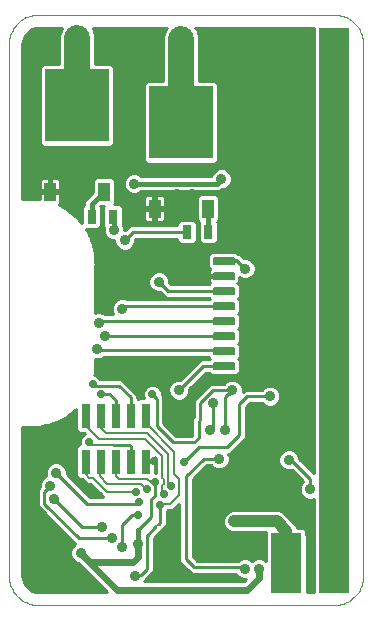
<source format=gbl>
G75*
G70*
%OFA0B0*%
%FSLAX24Y24*%
%IPPOS*%
%LPD*%
%AMOC8*
5,1,8,0,0,1.08239X$1,22.5*
%
%ADD10C,0.0000*%
%ADD11R,0.2126X0.2441*%
%ADD12R,0.0394X0.0630*%
%ADD13C,0.0055*%
%ADD14R,0.1000X0.2000*%
%ADD15R,0.0295X0.0827*%
%ADD16R,0.0315X0.0472*%
%ADD17C,0.0357*%
%ADD18C,0.0240*%
%ADD19C,0.0100*%
%ADD20C,0.0278*%
%ADD21C,0.0400*%
%ADD22C,0.0160*%
%ADD23C,0.0860*%
%ADD24C,0.1000*%
%ADD25C,0.0120*%
%ADD26C,0.0070*%
D10*
X016013Y005469D02*
X016013Y023186D01*
X016014Y023186D02*
X016016Y023248D01*
X016022Y023309D01*
X016031Y023370D01*
X016045Y023431D01*
X016062Y023490D01*
X016083Y023548D01*
X016108Y023605D01*
X016136Y023660D01*
X016167Y023713D01*
X016202Y023764D01*
X016240Y023813D01*
X016281Y023860D01*
X016324Y023903D01*
X016371Y023944D01*
X016420Y023982D01*
X016471Y024017D01*
X016524Y024048D01*
X016579Y024076D01*
X016636Y024101D01*
X016694Y024122D01*
X016753Y024139D01*
X016814Y024153D01*
X016875Y024162D01*
X016936Y024168D01*
X016998Y024170D01*
X026840Y024170D01*
X026902Y024168D01*
X026963Y024162D01*
X027024Y024153D01*
X027085Y024139D01*
X027144Y024122D01*
X027202Y024101D01*
X027259Y024076D01*
X027314Y024048D01*
X027367Y024017D01*
X027418Y023982D01*
X027467Y023944D01*
X027514Y023903D01*
X027557Y023860D01*
X027598Y023813D01*
X027636Y023764D01*
X027671Y023713D01*
X027702Y023660D01*
X027730Y023605D01*
X027755Y023548D01*
X027776Y023490D01*
X027793Y023431D01*
X027807Y023370D01*
X027816Y023309D01*
X027822Y023248D01*
X027824Y023186D01*
X027824Y005469D01*
X027822Y005407D01*
X027816Y005346D01*
X027807Y005285D01*
X027793Y005224D01*
X027776Y005165D01*
X027755Y005107D01*
X027730Y005050D01*
X027702Y004995D01*
X027671Y004942D01*
X027636Y004891D01*
X027598Y004842D01*
X027557Y004795D01*
X027514Y004752D01*
X027467Y004711D01*
X027418Y004673D01*
X027367Y004638D01*
X027314Y004607D01*
X027259Y004579D01*
X027202Y004554D01*
X027144Y004533D01*
X027085Y004516D01*
X027024Y004502D01*
X026963Y004493D01*
X026902Y004487D01*
X026840Y004485D01*
X016998Y004485D01*
X016936Y004487D01*
X016875Y004493D01*
X016814Y004502D01*
X016753Y004516D01*
X016694Y004533D01*
X016636Y004554D01*
X016579Y004579D01*
X016524Y004607D01*
X016471Y004638D01*
X016420Y004673D01*
X016371Y004711D01*
X016324Y004752D01*
X016281Y004795D01*
X016240Y004842D01*
X016202Y004891D01*
X016167Y004942D01*
X016136Y004995D01*
X016108Y005050D01*
X016083Y005107D01*
X016062Y005165D01*
X016045Y005224D01*
X016031Y005285D01*
X016022Y005346D01*
X016016Y005407D01*
X016014Y005469D01*
D11*
X021765Y020583D03*
X018281Y021146D03*
D12*
X017383Y018272D03*
X019179Y018272D03*
X020868Y017709D03*
X022663Y017709D03*
D13*
X022852Y016070D02*
X022852Y015848D01*
X022852Y016070D02*
X023506Y016070D01*
X023506Y015848D01*
X022852Y015848D01*
X022852Y015902D02*
X023506Y015902D01*
X023506Y015956D02*
X022852Y015956D01*
X022852Y016010D02*
X023506Y016010D01*
X023506Y016064D02*
X022852Y016064D01*
X022852Y015570D02*
X022852Y015348D01*
X022852Y015570D02*
X023506Y015570D01*
X023506Y015348D01*
X022852Y015348D01*
X022852Y015402D02*
X023506Y015402D01*
X023506Y015456D02*
X022852Y015456D01*
X022852Y015510D02*
X023506Y015510D01*
X023506Y015564D02*
X022852Y015564D01*
X022852Y015070D02*
X022852Y014848D01*
X022852Y015070D02*
X023506Y015070D01*
X023506Y014848D01*
X022852Y014848D01*
X022852Y014902D02*
X023506Y014902D01*
X023506Y014956D02*
X022852Y014956D01*
X022852Y015010D02*
X023506Y015010D01*
X023506Y015064D02*
X022852Y015064D01*
X022852Y014570D02*
X022852Y014348D01*
X022852Y014570D02*
X023506Y014570D01*
X023506Y014348D01*
X022852Y014348D01*
X022852Y014402D02*
X023506Y014402D01*
X023506Y014456D02*
X022852Y014456D01*
X022852Y014510D02*
X023506Y014510D01*
X023506Y014564D02*
X022852Y014564D01*
X022852Y014070D02*
X022852Y013848D01*
X022852Y014070D02*
X023506Y014070D01*
X023506Y013848D01*
X022852Y013848D01*
X022852Y013902D02*
X023506Y013902D01*
X023506Y013956D02*
X022852Y013956D01*
X022852Y014010D02*
X023506Y014010D01*
X023506Y014064D02*
X022852Y014064D01*
X022852Y013570D02*
X022852Y013348D01*
X022852Y013570D02*
X023506Y013570D01*
X023506Y013348D01*
X022852Y013348D01*
X022852Y013402D02*
X023506Y013402D01*
X023506Y013456D02*
X022852Y013456D01*
X022852Y013510D02*
X023506Y013510D01*
X023506Y013564D02*
X022852Y013564D01*
X022852Y013070D02*
X022852Y012848D01*
X022852Y013070D02*
X023506Y013070D01*
X023506Y012848D01*
X022852Y012848D01*
X022852Y012902D02*
X023506Y012902D01*
X023506Y012956D02*
X022852Y012956D01*
X022852Y013010D02*
X023506Y013010D01*
X023506Y013064D02*
X022852Y013064D01*
X022852Y012570D02*
X022852Y012348D01*
X022852Y012570D02*
X023506Y012570D01*
X023506Y012348D01*
X022852Y012348D01*
X022852Y012402D02*
X023506Y012402D01*
X023506Y012456D02*
X022852Y012456D01*
X022852Y012510D02*
X023506Y012510D01*
X023506Y012564D02*
X022852Y012564D01*
D14*
X025265Y005902D03*
X026840Y005902D03*
X026840Y022713D03*
D15*
X020570Y010804D03*
X020070Y010804D03*
X019570Y010804D03*
X019070Y010804D03*
X018570Y010804D03*
X018570Y009268D03*
X019070Y009268D03*
X019570Y009268D03*
X020070Y009268D03*
X020570Y009268D03*
D16*
X021958Y016926D03*
X022667Y016926D03*
X019478Y017438D03*
X018769Y017438D03*
D17*
X019517Y017004D03*
X019872Y016650D03*
X021604Y017477D03*
X022116Y017477D03*
X021879Y017831D03*
X022116Y018186D03*
X021604Y018186D03*
X023100Y018697D03*
X023257Y018186D03*
X023257Y017477D03*
X024084Y017201D03*
X024753Y017241D03*
X025383Y017241D03*
X024439Y015705D03*
X023887Y015705D03*
X024596Y014957D03*
X024596Y014485D03*
X024675Y013816D03*
X025502Y013816D03*
X025895Y014288D03*
X024714Y012989D03*
X024714Y012241D03*
X025502Y012241D03*
X024714Y011453D03*
X023454Y011650D03*
X022824Y011217D03*
X022155Y011571D03*
X021683Y011650D03*
X022706Y010312D03*
X023218Y010312D03*
X024163Y009918D03*
X023021Y009367D03*
X024753Y008776D03*
X025187Y008776D03*
X025187Y008264D03*
X024753Y008264D03*
X024753Y007792D03*
X025187Y007792D03*
X024950Y007280D03*
X024517Y007280D03*
X024045Y007280D03*
X023572Y007280D03*
X022352Y007319D03*
X022352Y006808D03*
X022352Y006256D03*
X021446Y006020D03*
X021446Y006493D03*
X020305Y006532D03*
X019793Y006414D03*
X019439Y006729D03*
X019124Y007083D03*
X018415Y006217D03*
X018336Y005115D03*
X020226Y005469D03*
X020974Y005430D03*
X023887Y005705D03*
X024360Y005705D03*
X026053Y006847D03*
X026053Y007280D03*
X026053Y008343D03*
X027076Y008422D03*
X025344Y009327D03*
X018966Y013028D03*
X019202Y013461D03*
X019005Y013894D03*
X019793Y014367D03*
X021013Y015272D03*
X018376Y018186D03*
X018021Y018501D03*
X018376Y018816D03*
X017628Y018816D03*
X016840Y018816D03*
X016840Y018186D03*
X020187Y018540D03*
X020187Y020115D03*
X020187Y020902D03*
X020187Y021690D03*
X020187Y022477D03*
X020187Y023264D03*
X016761Y023264D03*
X016761Y022477D03*
X016761Y021690D03*
X016761Y020902D03*
X016761Y020115D03*
X023651Y020902D03*
X024320Y020902D03*
X023651Y021690D03*
X023651Y022477D03*
X023690Y019682D03*
X024163Y019682D03*
X024163Y019209D03*
X023690Y019209D03*
X026643Y019209D03*
X026643Y019721D03*
X017588Y008894D03*
X017391Y008461D03*
X017509Y008028D03*
D18*
X018415Y006217D02*
X018710Y005922D01*
X020147Y005922D01*
X020305Y006079D01*
X020305Y006532D01*
X019618Y004997D02*
X018407Y006207D01*
X019618Y004997D02*
X023966Y004997D01*
X024360Y005390D01*
X024360Y005705D01*
X026840Y019564D02*
X026683Y019721D01*
X026643Y019721D01*
D19*
X026170Y019752D02*
X022998Y019752D01*
X022998Y019654D02*
X026170Y019654D01*
X026170Y019555D02*
X022998Y019555D01*
X022998Y019457D02*
X026170Y019457D01*
X026170Y019358D02*
X022998Y019358D01*
X022998Y019292D02*
X022998Y021874D01*
X022899Y021974D01*
X022361Y021974D01*
X022361Y023462D01*
X022270Y023683D01*
X022233Y023720D01*
X026170Y023720D01*
X026170Y008891D01*
X025692Y009369D01*
X025692Y009397D01*
X025639Y009525D01*
X025541Y009623D01*
X025413Y009676D01*
X025275Y009676D01*
X025147Y009623D01*
X025049Y009525D01*
X024996Y009397D01*
X024996Y009258D01*
X025049Y009130D01*
X025147Y009032D01*
X025275Y008979D01*
X025413Y008979D01*
X025446Y008993D01*
X025828Y008611D01*
X025757Y008540D01*
X025704Y008412D01*
X025704Y008274D01*
X025757Y008146D01*
X025855Y008048D01*
X025983Y007995D01*
X026122Y007995D01*
X026170Y008015D01*
X026170Y004935D01*
X025935Y004935D01*
X025935Y006973D01*
X025836Y007072D01*
X025621Y007072D01*
X025579Y007175D01*
X025264Y007490D01*
X025160Y007594D01*
X025024Y007650D01*
X023459Y007650D01*
X023323Y007594D01*
X023219Y007490D01*
X023163Y007354D01*
X023163Y007206D01*
X023219Y007070D01*
X023323Y006966D01*
X023459Y006910D01*
X024595Y006910D01*
X024595Y005963D01*
X024557Y006001D01*
X024429Y006054D01*
X024290Y006054D01*
X024162Y006001D01*
X024124Y005962D01*
X024123Y005962D01*
X024124Y005962D02*
X024085Y006001D01*
X023957Y006054D01*
X023818Y006054D01*
X023690Y006001D01*
X023654Y005965D01*
X022286Y005965D01*
X022139Y006111D01*
X022139Y008685D01*
X022601Y009147D01*
X022748Y009147D01*
X022824Y009071D01*
X022952Y009018D01*
X023091Y009018D01*
X023219Y009071D01*
X023317Y009169D01*
X023370Y009297D01*
X023370Y009436D01*
X023326Y009540D01*
X023388Y009540D01*
X023517Y009669D01*
X023910Y010063D01*
X023910Y011087D01*
X024057Y011233D01*
X024441Y011233D01*
X024517Y011158D01*
X024645Y011105D01*
X024783Y011105D01*
X024911Y011158D01*
X025010Y011256D01*
X025063Y011384D01*
X025063Y011523D01*
X025010Y011651D01*
X024911Y011749D01*
X024783Y011802D01*
X024645Y011802D01*
X024517Y011749D01*
X024441Y011673D01*
X023875Y011673D01*
X023803Y011601D01*
X023803Y011719D01*
X023750Y011848D01*
X023652Y011946D01*
X023524Y011999D01*
X023385Y011999D01*
X023257Y011946D01*
X023182Y011870D01*
X022733Y011870D01*
X022300Y011437D01*
X022171Y011308D01*
X022171Y010757D01*
X022132Y010718D01*
X022132Y010166D01*
X022103Y010138D01*
X021577Y010138D01*
X021155Y010560D01*
X021155Y011466D01*
X021106Y011514D01*
X021106Y011594D01*
X021059Y011707D01*
X020972Y011794D01*
X020858Y011841D01*
X020735Y011841D01*
X020622Y011794D01*
X020535Y011707D01*
X020488Y011594D01*
X020488Y011471D01*
X020522Y011387D01*
X020352Y011387D01*
X020320Y011355D01*
X020290Y011385D01*
X020290Y011503D01*
X019895Y011899D01*
X019766Y012028D01*
X019065Y012028D01*
X018984Y012109D01*
X018870Y012156D01*
X018858Y012156D01*
X018869Y012209D01*
X018878Y012217D01*
X018882Y012276D01*
X018893Y012335D01*
X018886Y012345D01*
X018895Y012481D01*
X018900Y012485D01*
X018900Y012550D01*
X018904Y012615D01*
X018900Y012620D01*
X018900Y012680D01*
X019035Y012680D01*
X019163Y012733D01*
X019199Y012769D01*
X022654Y012769D01*
X022654Y012767D01*
X022712Y012709D01*
X022682Y012679D01*
X022401Y012679D01*
X021720Y011999D01*
X021613Y011999D01*
X021485Y011946D01*
X021387Y011848D01*
X021334Y011719D01*
X021334Y011581D01*
X021387Y011453D01*
X021485Y011355D01*
X021613Y011302D01*
X021752Y011302D01*
X021880Y011355D01*
X021978Y011453D01*
X022031Y011581D01*
X022031Y011687D01*
X022583Y012239D01*
X022682Y012239D01*
X022770Y012151D01*
X023587Y012151D01*
X023703Y012267D01*
X023703Y012651D01*
X023645Y012709D01*
X023703Y012767D01*
X023703Y013151D01*
X023645Y013209D01*
X023703Y013267D01*
X023703Y013651D01*
X023645Y013709D01*
X023703Y013767D01*
X023703Y014151D01*
X023645Y014209D01*
X023703Y014267D01*
X023703Y014651D01*
X023645Y014709D01*
X023703Y014767D01*
X023703Y015151D01*
X023631Y015223D01*
X023648Y015240D01*
X023671Y015280D01*
X023683Y015326D01*
X023683Y015417D01*
X023690Y015410D01*
X023818Y015357D01*
X023957Y015357D01*
X024085Y015410D01*
X024183Y015508D01*
X024236Y015636D01*
X024236Y015775D01*
X024183Y015903D01*
X024085Y016001D01*
X023957Y016054D01*
X023864Y016054D01*
X023729Y016189D01*
X023665Y016189D01*
X023587Y016267D01*
X022770Y016267D01*
X022654Y016151D01*
X022654Y015767D01*
X022726Y015695D01*
X022710Y015678D01*
X022686Y015638D01*
X022674Y015593D01*
X022674Y015478D01*
X023160Y015478D01*
X023160Y015440D01*
X022674Y015440D01*
X022674Y015326D01*
X022686Y015280D01*
X022710Y015240D01*
X022726Y015223D01*
X022682Y015179D01*
X021417Y015179D01*
X021362Y015235D01*
X021362Y015342D01*
X021309Y015470D01*
X021211Y015568D01*
X021083Y015621D01*
X020944Y015621D01*
X020816Y015568D01*
X020718Y015470D01*
X020665Y015342D01*
X020665Y015203D01*
X020718Y015075D01*
X020816Y014977D01*
X020944Y014924D01*
X021051Y014924D01*
X021106Y014868D01*
X021235Y014739D01*
X022682Y014739D01*
X022712Y014709D01*
X022682Y014679D01*
X019949Y014679D01*
X019862Y014715D01*
X019724Y014715D01*
X019595Y014662D01*
X019497Y014564D01*
X019444Y014436D01*
X019444Y014297D01*
X019493Y014179D01*
X019213Y014179D01*
X019203Y014190D01*
X019075Y014243D01*
X018936Y014243D01*
X018900Y014228D01*
X018900Y015838D01*
X018904Y015843D01*
X018900Y015908D01*
X018900Y015973D01*
X018895Y015977D01*
X018886Y016113D01*
X018893Y016123D01*
X018882Y016181D01*
X018878Y016240D01*
X018869Y016249D01*
X018841Y016388D01*
X018846Y016400D01*
X018827Y016456D01*
X018816Y016514D01*
X018805Y016521D01*
X018760Y016655D01*
X018764Y016667D01*
X018737Y016721D01*
X018718Y016777D01*
X018707Y016782D01*
X018644Y016910D01*
X018647Y016922D01*
X018614Y016972D01*
X018587Y017025D01*
X018575Y017029D01*
X018574Y017031D01*
X018997Y017031D01*
X019097Y017131D01*
X019097Y017744D01*
X019054Y017787D01*
X019193Y017787D01*
X019150Y017744D01*
X019150Y017131D01*
X019180Y017101D01*
X019169Y017074D01*
X019169Y016935D01*
X019222Y016807D01*
X019320Y016709D01*
X019448Y016656D01*
X019523Y016656D01*
X019523Y016581D01*
X019576Y016453D01*
X019674Y016355D01*
X019802Y016302D01*
X019941Y016302D01*
X020069Y016355D01*
X020167Y016453D01*
X020220Y016581D01*
X020220Y016687D01*
X020238Y016706D01*
X021631Y016706D01*
X021631Y016619D01*
X021730Y016520D01*
X022186Y016520D01*
X022286Y016619D01*
X022286Y017232D01*
X022186Y017332D01*
X021730Y017332D01*
X021631Y017232D01*
X021631Y017146D01*
X020056Y017146D01*
X019927Y017017D01*
X019909Y016999D01*
X019866Y016999D01*
X019866Y017074D01*
X019813Y017202D01*
X019805Y017209D01*
X019805Y017744D01*
X019706Y017844D01*
X019502Y017844D01*
X019546Y017887D01*
X019546Y018658D01*
X019446Y018757D01*
X018911Y018757D01*
X018812Y018658D01*
X018812Y018259D01*
X018557Y018004D01*
X018519Y017912D01*
X018519Y017822D01*
X018442Y017744D01*
X018442Y017229D01*
X018425Y017253D01*
X018413Y017256D01*
X018319Y017363D01*
X018318Y017375D01*
X018274Y017415D01*
X018235Y017459D01*
X018222Y017460D01*
X018115Y017554D01*
X018113Y017566D01*
X018063Y017599D01*
X018019Y017638D01*
X018006Y017637D01*
X017888Y017716D01*
X017884Y017728D01*
X017831Y017754D01*
X017782Y017787D01*
X017769Y017785D01*
X017668Y017835D01*
X017672Y017837D01*
X017700Y017865D01*
X017720Y017899D01*
X017730Y017937D01*
X017730Y018224D01*
X017432Y018224D01*
X017432Y018321D01*
X017335Y018321D01*
X017335Y018737D01*
X017167Y018737D01*
X017129Y018727D01*
X017094Y018707D01*
X017067Y018679D01*
X017047Y018645D01*
X017037Y018607D01*
X017037Y018321D01*
X017335Y018321D01*
X017335Y018224D01*
X017037Y018224D01*
X017037Y018023D01*
X016982Y018034D01*
X016972Y018027D01*
X016836Y018036D01*
X016832Y018041D01*
X016767Y018041D01*
X016702Y018045D01*
X016697Y018041D01*
X016463Y018041D01*
X016463Y023186D01*
X016468Y023255D01*
X016504Y023390D01*
X016574Y023511D01*
X016672Y023609D01*
X016793Y023679D01*
X016928Y023715D01*
X016998Y023720D01*
X017787Y023720D01*
X017697Y023502D01*
X017697Y022537D01*
X017148Y022537D01*
X017048Y022437D01*
X017048Y019855D01*
X017148Y019756D01*
X019414Y019756D01*
X019514Y019855D01*
X019514Y022437D01*
X019414Y022537D01*
X018897Y022537D01*
X018897Y023502D01*
X018806Y023720D01*
X021290Y023720D01*
X021253Y023683D01*
X021161Y023462D01*
X021161Y021974D01*
X020632Y021974D01*
X020532Y021874D01*
X020532Y019292D01*
X020632Y019193D01*
X022899Y019193D01*
X022998Y019292D01*
X022966Y019260D02*
X026170Y019260D01*
X026170Y019161D02*
X016463Y019161D01*
X016463Y019063D02*
X026170Y019063D01*
X026170Y018964D02*
X023326Y018964D01*
X023297Y018993D02*
X023395Y018895D01*
X023448Y018767D01*
X026170Y018767D01*
X026170Y018669D02*
X023448Y018669D01*
X023448Y018628D02*
X023395Y018500D01*
X023297Y018402D01*
X023169Y018349D01*
X023105Y018349D01*
X023084Y018328D01*
X022992Y018290D01*
X020429Y018290D01*
X020384Y018245D01*
X020256Y018191D01*
X020117Y018191D01*
X019989Y018245D01*
X019891Y018343D01*
X019838Y018471D01*
X019838Y018609D01*
X019891Y018737D01*
X019989Y018835D01*
X020117Y018888D01*
X020256Y018888D01*
X020384Y018835D01*
X020429Y018790D01*
X022761Y018790D01*
X022805Y018895D01*
X022903Y018993D01*
X023031Y019046D01*
X023169Y019046D01*
X023297Y018993D01*
X023407Y018866D02*
X026170Y018866D01*
X026170Y018570D02*
X023424Y018570D01*
X023448Y018628D02*
X023448Y018767D01*
X022874Y018964D02*
X016463Y018964D01*
X016463Y018866D02*
X020063Y018866D01*
X019921Y018767D02*
X016463Y018767D01*
X016463Y018669D02*
X017061Y018669D01*
X017037Y018570D02*
X016463Y018570D01*
X016463Y018472D02*
X017037Y018472D01*
X017037Y018373D02*
X016463Y018373D01*
X016463Y018275D02*
X017335Y018275D01*
X017432Y018275D02*
X018812Y018275D01*
X018812Y018373D02*
X017730Y018373D01*
X017730Y018321D02*
X017730Y018607D01*
X017720Y018645D01*
X017700Y018679D01*
X017672Y018707D01*
X017638Y018727D01*
X017600Y018737D01*
X017432Y018737D01*
X017432Y018321D01*
X017730Y018321D01*
X017730Y018176D02*
X018729Y018176D01*
X018631Y018078D02*
X017730Y018078D01*
X017730Y017979D02*
X018547Y017979D01*
X018519Y017881D02*
X017709Y017881D01*
X017789Y017782D02*
X018480Y017782D01*
X018442Y017684D02*
X017936Y017684D01*
X018084Y017585D02*
X018442Y017585D01*
X018442Y017487D02*
X018191Y017487D01*
X018304Y017388D02*
X018442Y017388D01*
X018442Y017290D02*
X018383Y017290D01*
X018602Y016994D02*
X019169Y016994D01*
X019177Y017093D02*
X019059Y017093D01*
X019097Y017191D02*
X019150Y017191D01*
X019150Y017290D02*
X019097Y017290D01*
X019097Y017388D02*
X019150Y017388D01*
X019150Y017487D02*
X019097Y017487D01*
X019097Y017585D02*
X019150Y017585D01*
X019150Y017684D02*
X019097Y017684D01*
X019059Y017782D02*
X019189Y017782D01*
X019540Y017881D02*
X020521Y017881D01*
X020521Y017979D02*
X019546Y017979D01*
X019546Y018078D02*
X020530Y018078D01*
X020531Y018082D02*
X020521Y018044D01*
X020521Y017758D01*
X020819Y017758D01*
X020819Y018174D01*
X020651Y018174D01*
X020613Y018164D01*
X020579Y018144D01*
X020551Y018116D01*
X020531Y018082D01*
X020414Y018275D02*
X026170Y018275D01*
X026170Y018373D02*
X023228Y018373D01*
X023367Y018472D02*
X026170Y018472D01*
X026170Y018176D02*
X022948Y018176D01*
X022930Y018194D02*
X022396Y018194D01*
X022296Y018095D01*
X022296Y017324D01*
X022363Y017256D01*
X022339Y017232D01*
X022339Y016619D01*
X022439Y016520D01*
X022895Y016520D01*
X022994Y016619D01*
X022994Y017232D01*
X022966Y017260D01*
X023030Y017324D01*
X023030Y018095D01*
X022930Y018194D01*
X023030Y018078D02*
X026170Y018078D01*
X026170Y017979D02*
X023030Y017979D01*
X023030Y017881D02*
X026170Y017881D01*
X026170Y017782D02*
X023030Y017782D01*
X023030Y017684D02*
X026170Y017684D01*
X026170Y017585D02*
X023030Y017585D01*
X023030Y017487D02*
X026170Y017487D01*
X026170Y017388D02*
X023030Y017388D01*
X022996Y017290D02*
X026170Y017290D01*
X026170Y017191D02*
X022994Y017191D01*
X022994Y017093D02*
X026170Y017093D01*
X026170Y016994D02*
X022994Y016994D01*
X022994Y016896D02*
X026170Y016896D01*
X026170Y016797D02*
X022994Y016797D01*
X022994Y016699D02*
X026170Y016699D01*
X026170Y016600D02*
X022976Y016600D01*
X022358Y016600D02*
X022267Y016600D01*
X022286Y016699D02*
X022339Y016699D01*
X022339Y016797D02*
X022286Y016797D01*
X022286Y016896D02*
X022339Y016896D01*
X022339Y016994D02*
X022286Y016994D01*
X022286Y017093D02*
X022339Y017093D01*
X022339Y017191D02*
X022286Y017191D01*
X022330Y017290D02*
X022228Y017290D01*
X022296Y017388D02*
X021215Y017388D01*
X021215Y017375D02*
X021215Y017661D01*
X020916Y017661D01*
X020916Y017758D01*
X020819Y017758D01*
X020819Y017661D01*
X020521Y017661D01*
X020521Y017375D01*
X020531Y017336D01*
X020551Y017302D01*
X020579Y017274D01*
X020613Y017254D01*
X020651Y017244D01*
X020819Y017244D01*
X020819Y017661D01*
X020916Y017661D01*
X020916Y017244D01*
X021084Y017244D01*
X021122Y017254D01*
X021157Y017274D01*
X021185Y017302D01*
X021204Y017336D01*
X021215Y017375D01*
X021172Y017290D02*
X021688Y017290D01*
X021631Y017191D02*
X019817Y017191D01*
X019805Y017290D02*
X020563Y017290D01*
X020521Y017388D02*
X019805Y017388D01*
X019805Y017487D02*
X020521Y017487D01*
X020521Y017585D02*
X019805Y017585D01*
X019805Y017684D02*
X020819Y017684D01*
X020916Y017684D02*
X022296Y017684D01*
X022296Y017782D02*
X021215Y017782D01*
X021215Y017758D02*
X020916Y017758D01*
X020916Y018174D01*
X021084Y018174D01*
X021122Y018164D01*
X021157Y018144D01*
X021185Y018116D01*
X021204Y018082D01*
X021215Y018044D01*
X021215Y017758D01*
X021215Y017881D02*
X022296Y017881D01*
X022296Y017979D02*
X021215Y017979D01*
X021205Y018078D02*
X022296Y018078D01*
X022378Y018176D02*
X019546Y018176D01*
X019546Y018275D02*
X019959Y018275D01*
X019878Y018373D02*
X019546Y018373D01*
X019546Y018472D02*
X019838Y018472D01*
X019838Y018570D02*
X019546Y018570D01*
X019534Y018669D02*
X019863Y018669D01*
X020310Y018866D02*
X022793Y018866D01*
X022998Y019851D02*
X026170Y019851D01*
X026170Y019949D02*
X022998Y019949D01*
X022998Y020048D02*
X026170Y020048D01*
X026170Y020146D02*
X022998Y020146D01*
X022998Y020245D02*
X026170Y020245D01*
X026170Y020343D02*
X022998Y020343D01*
X022998Y020442D02*
X026170Y020442D01*
X026170Y020540D02*
X022998Y020540D01*
X022998Y020639D02*
X026170Y020639D01*
X026170Y020737D02*
X022998Y020737D01*
X022998Y020836D02*
X026170Y020836D01*
X026170Y020934D02*
X022998Y020934D01*
X022998Y021033D02*
X026170Y021033D01*
X026170Y021131D02*
X022998Y021131D01*
X022998Y021230D02*
X026170Y021230D01*
X026170Y021328D02*
X022998Y021328D01*
X022998Y021427D02*
X026170Y021427D01*
X026170Y021525D02*
X022998Y021525D01*
X022998Y021624D02*
X026170Y021624D01*
X026170Y021722D02*
X022998Y021722D01*
X022998Y021821D02*
X026170Y021821D01*
X026170Y021919D02*
X022953Y021919D01*
X022361Y022018D02*
X026170Y022018D01*
X026170Y022116D02*
X022361Y022116D01*
X022361Y022215D02*
X026170Y022215D01*
X026170Y022313D02*
X022361Y022313D01*
X022361Y022412D02*
X026170Y022412D01*
X026170Y022510D02*
X022361Y022510D01*
X022361Y022609D02*
X026170Y022609D01*
X026170Y022707D02*
X022361Y022707D01*
X022361Y022806D02*
X026170Y022806D01*
X026170Y022904D02*
X022361Y022904D01*
X022361Y023003D02*
X026170Y023003D01*
X026170Y023101D02*
X022361Y023101D01*
X022361Y023200D02*
X026170Y023200D01*
X026170Y023298D02*
X022361Y023298D01*
X022361Y023397D02*
X026170Y023397D01*
X026170Y023495D02*
X022348Y023495D01*
X022307Y023594D02*
X026170Y023594D01*
X026170Y023692D02*
X022261Y023692D01*
X021262Y023692D02*
X018818Y023692D01*
X018859Y023594D02*
X021216Y023594D01*
X021175Y023495D02*
X018897Y023495D01*
X018897Y023397D02*
X021161Y023397D01*
X021161Y023298D02*
X018897Y023298D01*
X018897Y023200D02*
X021161Y023200D01*
X021161Y023101D02*
X018897Y023101D01*
X018897Y023003D02*
X021161Y023003D01*
X021161Y022904D02*
X018897Y022904D01*
X018897Y022806D02*
X021161Y022806D01*
X021161Y022707D02*
X018897Y022707D01*
X018897Y022609D02*
X021161Y022609D01*
X021161Y022510D02*
X019441Y022510D01*
X019514Y022412D02*
X021161Y022412D01*
X021161Y022313D02*
X019514Y022313D01*
X019514Y022215D02*
X021161Y022215D01*
X021161Y022116D02*
X019514Y022116D01*
X019514Y022018D02*
X021161Y022018D01*
X020578Y021919D02*
X019514Y021919D01*
X019514Y021821D02*
X020532Y021821D01*
X020532Y021722D02*
X019514Y021722D01*
X019514Y021624D02*
X020532Y021624D01*
X020532Y021525D02*
X019514Y021525D01*
X019514Y021427D02*
X020532Y021427D01*
X020532Y021328D02*
X019514Y021328D01*
X019514Y021230D02*
X020532Y021230D01*
X020532Y021131D02*
X019514Y021131D01*
X019514Y021033D02*
X020532Y021033D01*
X020532Y020934D02*
X019514Y020934D01*
X019514Y020836D02*
X020532Y020836D01*
X020532Y020737D02*
X019514Y020737D01*
X019514Y020639D02*
X020532Y020639D01*
X020532Y020540D02*
X019514Y020540D01*
X019514Y020442D02*
X020532Y020442D01*
X020532Y020343D02*
X019514Y020343D01*
X019514Y020245D02*
X020532Y020245D01*
X020532Y020146D02*
X019514Y020146D01*
X019514Y020048D02*
X020532Y020048D01*
X020532Y019949D02*
X019514Y019949D01*
X019510Y019851D02*
X020532Y019851D01*
X020532Y019752D02*
X016463Y019752D01*
X016463Y019654D02*
X020532Y019654D01*
X020532Y019555D02*
X016463Y019555D01*
X016463Y019457D02*
X020532Y019457D01*
X020532Y019358D02*
X016463Y019358D01*
X016463Y019260D02*
X020565Y019260D01*
X018823Y018669D02*
X017706Y018669D01*
X017730Y018570D02*
X018812Y018570D01*
X018812Y018472D02*
X017730Y018472D01*
X017432Y018472D02*
X017335Y018472D01*
X017335Y018570D02*
X017432Y018570D01*
X017432Y018669D02*
X017335Y018669D01*
X017335Y018373D02*
X017432Y018373D01*
X017037Y018176D02*
X016463Y018176D01*
X016463Y018078D02*
X017037Y018078D01*
X018651Y016896D02*
X019185Y016896D01*
X019232Y016797D02*
X018700Y016797D01*
X018748Y016699D02*
X019345Y016699D01*
X019523Y016600D02*
X018778Y016600D01*
X018818Y016502D02*
X019556Y016502D01*
X019626Y016403D02*
X018845Y016403D01*
X018857Y016305D02*
X019795Y016305D01*
X019948Y016305D02*
X026170Y016305D01*
X026170Y016403D02*
X020118Y016403D01*
X020187Y016502D02*
X026170Y016502D01*
X026170Y016206D02*
X023648Y016206D01*
X023810Y016108D02*
X026170Y016108D01*
X026170Y016009D02*
X024064Y016009D01*
X024175Y015911D02*
X026170Y015911D01*
X026170Y015812D02*
X024220Y015812D01*
X024236Y015714D02*
X026170Y015714D01*
X026170Y015615D02*
X024227Y015615D01*
X024186Y015517D02*
X026170Y015517D01*
X026170Y015418D02*
X024093Y015418D01*
X023681Y015320D02*
X026170Y015320D01*
X026170Y015221D02*
X023633Y015221D01*
X023703Y015123D02*
X026170Y015123D01*
X026170Y015024D02*
X023703Y015024D01*
X023703Y014926D02*
X026170Y014926D01*
X026170Y014827D02*
X023703Y014827D01*
X023665Y014729D02*
X026170Y014729D01*
X026170Y014630D02*
X023703Y014630D01*
X023703Y014532D02*
X026170Y014532D01*
X026170Y014433D02*
X023703Y014433D01*
X023703Y014335D02*
X026170Y014335D01*
X026170Y014236D02*
X023672Y014236D01*
X023703Y014138D02*
X026170Y014138D01*
X026170Y014039D02*
X023703Y014039D01*
X023703Y013941D02*
X026170Y013941D01*
X026170Y013842D02*
X023703Y013842D01*
X023680Y013744D02*
X026170Y013744D01*
X026170Y013645D02*
X023703Y013645D01*
X023703Y013547D02*
X026170Y013547D01*
X026170Y013448D02*
X023703Y013448D01*
X023703Y013350D02*
X026170Y013350D01*
X026170Y013251D02*
X023687Y013251D01*
X023701Y013153D02*
X026170Y013153D01*
X026170Y013054D02*
X023703Y013054D01*
X023703Y012956D02*
X026170Y012956D01*
X026170Y012857D02*
X023703Y012857D01*
X023695Y012759D02*
X026170Y012759D01*
X026170Y012660D02*
X023694Y012660D01*
X023703Y012562D02*
X026170Y012562D01*
X026170Y012463D02*
X023703Y012463D01*
X023703Y012365D02*
X026170Y012365D01*
X026170Y012266D02*
X023702Y012266D01*
X023604Y012168D02*
X026170Y012168D01*
X026170Y012069D02*
X022413Y012069D01*
X022314Y011971D02*
X023318Y011971D01*
X023184Y011872D02*
X022216Y011872D01*
X022117Y011774D02*
X022637Y011774D01*
X022538Y011675D02*
X022031Y011675D01*
X022029Y011577D02*
X022440Y011577D01*
X022341Y011478D02*
X021989Y011478D01*
X021905Y011380D02*
X022243Y011380D01*
X022171Y011281D02*
X021155Y011281D01*
X021155Y011183D02*
X022171Y011183D01*
X022171Y011084D02*
X021155Y011084D01*
X021155Y010986D02*
X022171Y010986D01*
X022171Y010887D02*
X021155Y010887D01*
X021155Y010789D02*
X022171Y010789D01*
X022132Y010690D02*
X021155Y010690D01*
X021155Y010592D02*
X022132Y010592D01*
X022132Y010493D02*
X021221Y010493D01*
X021320Y010395D02*
X022132Y010395D01*
X022132Y010296D02*
X021418Y010296D01*
X021517Y010198D02*
X022132Y010198D01*
X022352Y010075D02*
X022352Y010627D01*
X022391Y010666D01*
X022391Y011217D01*
X022824Y011650D01*
X023454Y011650D01*
X023336Y011532D01*
X023218Y011414D02*
X023454Y011650D01*
X023218Y011414D02*
X023218Y010312D01*
X022824Y010351D02*
X022706Y010312D01*
X022824Y010351D02*
X022824Y011217D01*
X023690Y011178D02*
X023690Y010154D01*
X023297Y009760D01*
X022352Y009760D01*
X021840Y009249D01*
X021919Y008776D02*
X022509Y009367D01*
X023021Y009367D01*
X023340Y009508D02*
X025042Y009508D01*
X025001Y009410D02*
X023370Y009410D01*
X023370Y009311D02*
X024996Y009311D01*
X025014Y009213D02*
X023335Y009213D01*
X023262Y009114D02*
X025064Y009114D01*
X025186Y009016D02*
X022470Y009016D01*
X022568Y009114D02*
X022781Y009114D01*
X022371Y008917D02*
X025522Y008917D01*
X025620Y008819D02*
X022273Y008819D01*
X022174Y008720D02*
X025719Y008720D01*
X025817Y008622D02*
X022139Y008622D01*
X022139Y008523D02*
X025750Y008523D01*
X025709Y008425D02*
X022139Y008425D01*
X022139Y008326D02*
X025704Y008326D01*
X025723Y008228D02*
X022139Y008228D01*
X022139Y008129D02*
X025774Y008129D01*
X025896Y008031D02*
X022139Y008031D01*
X022139Y007932D02*
X026170Y007932D01*
X026170Y007834D02*
X022139Y007834D01*
X022139Y007735D02*
X026170Y007735D01*
X026170Y007637D02*
X025056Y007637D01*
X025215Y007538D02*
X026170Y007538D01*
X026170Y007440D02*
X025314Y007440D01*
X025412Y007341D02*
X026170Y007341D01*
X026170Y007243D02*
X025511Y007243D01*
X025592Y007144D02*
X026170Y007144D01*
X026170Y007046D02*
X025862Y007046D01*
X025935Y006947D02*
X026170Y006947D01*
X026170Y006849D02*
X025935Y006849D01*
X025935Y006750D02*
X026170Y006750D01*
X026170Y006652D02*
X025935Y006652D01*
X025935Y006553D02*
X026170Y006553D01*
X026170Y006455D02*
X025935Y006455D01*
X025935Y006356D02*
X026170Y006356D01*
X026170Y006258D02*
X025935Y006258D01*
X025935Y006159D02*
X026170Y006159D01*
X026170Y006061D02*
X025935Y006061D01*
X025935Y005962D02*
X026170Y005962D01*
X026170Y005864D02*
X025935Y005864D01*
X025935Y005765D02*
X026170Y005765D01*
X026170Y005667D02*
X025935Y005667D01*
X025935Y005568D02*
X026170Y005568D01*
X026170Y005470D02*
X025935Y005470D01*
X025935Y005371D02*
X026170Y005371D01*
X026170Y005273D02*
X025935Y005273D01*
X025935Y005174D02*
X026170Y005174D01*
X026170Y005076D02*
X025935Y005076D01*
X025935Y004977D02*
X026170Y004977D01*
X024595Y006061D02*
X022189Y006061D01*
X022139Y006159D02*
X024595Y006159D01*
X024595Y006258D02*
X022139Y006258D01*
X022139Y006356D02*
X024595Y006356D01*
X024595Y006455D02*
X022139Y006455D01*
X022139Y006553D02*
X024595Y006553D01*
X024595Y006652D02*
X022139Y006652D01*
X022139Y006750D02*
X024595Y006750D01*
X024595Y006849D02*
X022139Y006849D01*
X022139Y006947D02*
X023370Y006947D01*
X023244Y007046D02*
X022139Y007046D01*
X022139Y007144D02*
X023189Y007144D01*
X023163Y007243D02*
X022139Y007243D01*
X022139Y007341D02*
X023163Y007341D01*
X023199Y007440D02*
X022139Y007440D01*
X022139Y007538D02*
X023268Y007538D01*
X023427Y007637D02*
X022139Y007637D01*
X021699Y007637D02*
X021295Y007637D01*
X021304Y007646D02*
X021273Y007614D01*
X021273Y007150D01*
X021144Y007021D01*
X021144Y007021D01*
X021115Y006992D01*
X021115Y006992D01*
X020840Y006717D01*
X020840Y005614D01*
X020594Y005368D01*
X020555Y005311D01*
X020536Y005307D01*
X020527Y005287D01*
X023846Y005287D01*
X023916Y005357D01*
X023818Y005357D01*
X023690Y005410D01*
X023592Y005508D01*
X023585Y005525D01*
X022103Y005525D01*
X021974Y005654D01*
X021828Y005800D01*
X021828Y005800D01*
X021699Y005929D01*
X021699Y007873D01*
X021592Y007766D01*
X021472Y007646D01*
X021304Y007646D01*
X021273Y007538D02*
X021699Y007538D01*
X021699Y007440D02*
X021273Y007440D01*
X021273Y007341D02*
X021699Y007341D01*
X021699Y007243D02*
X021273Y007243D01*
X021267Y007144D02*
X021699Y007144D01*
X021699Y007046D02*
X021169Y007046D01*
X021070Y006947D02*
X021699Y006947D01*
X021699Y006849D02*
X020972Y006849D01*
X020873Y006750D02*
X021699Y006750D01*
X021699Y006652D02*
X020840Y006652D01*
X020840Y006553D02*
X021699Y006553D01*
X021699Y006455D02*
X020840Y006455D01*
X020840Y006356D02*
X021699Y006356D01*
X021699Y006258D02*
X020840Y006258D01*
X020840Y006159D02*
X021699Y006159D01*
X021699Y006061D02*
X020840Y006061D01*
X020840Y005962D02*
X021699Y005962D01*
X021764Y005864D02*
X020840Y005864D01*
X020840Y005765D02*
X021863Y005765D01*
X021961Y005667D02*
X020840Y005667D01*
X020794Y005568D02*
X022060Y005568D01*
X021974Y005654D02*
X021974Y005654D01*
X022194Y005745D02*
X023848Y005745D01*
X023887Y005705D01*
X023630Y005470D02*
X020695Y005470D01*
X020597Y005371D02*
X023783Y005371D01*
X022194Y005745D02*
X021919Y006020D01*
X021919Y008776D01*
X021171Y008186D02*
X021131Y008225D01*
X020895Y008146D02*
X020738Y007989D01*
X020738Y007438D01*
X020305Y007004D01*
X020620Y006808D02*
X020620Y005705D01*
X020423Y005508D01*
X020226Y005469D01*
X019269Y004935D02*
X016998Y004935D01*
X016928Y004939D01*
X016793Y004975D01*
X016672Y005045D01*
X016574Y005144D01*
X016504Y005265D01*
X016468Y005399D01*
X016463Y005469D01*
X016463Y010417D01*
X016697Y010417D01*
X016702Y010413D01*
X016767Y010417D01*
X016832Y010417D01*
X016836Y010422D01*
X016972Y010431D01*
X016982Y010424D01*
X017041Y010435D01*
X017100Y010439D01*
X017108Y010449D01*
X017247Y010476D01*
X017259Y010471D01*
X017315Y010490D01*
X017373Y010501D01*
X017380Y010512D01*
X017515Y010557D01*
X017527Y010553D01*
X017580Y010580D01*
X017636Y010599D01*
X017642Y010610D01*
X017769Y010673D01*
X017782Y010670D01*
X017831Y010703D01*
X017884Y010730D01*
X017888Y010742D01*
X018006Y010821D01*
X018019Y010820D01*
X018063Y010859D01*
X018113Y010892D01*
X018115Y010904D01*
X018222Y010998D01*
X018235Y010999D01*
X018253Y011019D01*
X018253Y010320D01*
X018352Y010220D01*
X018531Y010220D01*
X018555Y010196D01*
X018515Y010180D01*
X018428Y010093D01*
X018381Y009979D01*
X018381Y009856D01*
X018383Y009852D01*
X018352Y009852D01*
X018253Y009752D01*
X018253Y008784D01*
X018352Y008685D01*
X018452Y008685D01*
X018485Y008652D01*
X018606Y008532D01*
X018724Y008532D01*
X019076Y008179D01*
X019165Y008091D01*
X018703Y008091D01*
X017937Y008857D01*
X017937Y008964D01*
X017884Y009092D01*
X017786Y009190D01*
X017657Y009243D01*
X017519Y009243D01*
X017391Y009190D01*
X017293Y009092D01*
X017240Y008964D01*
X017240Y008825D01*
X017257Y008783D01*
X017194Y008757D01*
X017096Y008659D01*
X017043Y008530D01*
X017043Y008424D01*
X016974Y008355D01*
X016974Y007780D01*
X017103Y007651D01*
X018234Y006519D01*
X018218Y006512D01*
X018120Y006414D01*
X018066Y006286D01*
X018066Y006148D01*
X018120Y006020D01*
X018218Y005922D01*
X018328Y005876D01*
X019269Y004935D01*
X019227Y004977D02*
X016790Y004977D01*
X016642Y005076D02*
X019128Y005076D01*
X019030Y005174D02*
X016556Y005174D01*
X016502Y005273D02*
X018931Y005273D01*
X018833Y005371D02*
X016475Y005371D01*
X016463Y005470D02*
X018734Y005470D01*
X018636Y005568D02*
X016463Y005568D01*
X016463Y005667D02*
X018537Y005667D01*
X018439Y005765D02*
X016463Y005765D01*
X016463Y005864D02*
X018340Y005864D01*
X018177Y005962D02*
X016463Y005962D01*
X016463Y006061D02*
X018103Y006061D01*
X018066Y006159D02*
X016463Y006159D01*
X016463Y006258D02*
X018066Y006258D01*
X018095Y006356D02*
X016463Y006356D01*
X016463Y006455D02*
X018160Y006455D01*
X018201Y006553D02*
X016463Y006553D01*
X016463Y006652D02*
X018102Y006652D01*
X018004Y006750D02*
X016463Y006750D01*
X016463Y006849D02*
X017905Y006849D01*
X017807Y006947D02*
X016463Y006947D01*
X016463Y007046D02*
X017708Y007046D01*
X017610Y007144D02*
X016463Y007144D01*
X016463Y007243D02*
X017511Y007243D01*
X017413Y007341D02*
X016463Y007341D01*
X016463Y007440D02*
X017314Y007440D01*
X017216Y007538D02*
X016463Y007538D01*
X016463Y007637D02*
X017117Y007637D01*
X017019Y007735D02*
X016463Y007735D01*
X016463Y007834D02*
X016974Y007834D01*
X016974Y007932D02*
X016463Y007932D01*
X016463Y008031D02*
X016974Y008031D01*
X016974Y008129D02*
X016463Y008129D01*
X016463Y008228D02*
X016974Y008228D01*
X016974Y008326D02*
X016463Y008326D01*
X016463Y008425D02*
X017043Y008425D01*
X017043Y008523D02*
X016463Y008523D01*
X016463Y008622D02*
X017081Y008622D01*
X017158Y008720D02*
X016463Y008720D01*
X016463Y008819D02*
X017242Y008819D01*
X017240Y008917D02*
X016463Y008917D01*
X016463Y009016D02*
X017261Y009016D01*
X017315Y009114D02*
X016463Y009114D01*
X016463Y009213D02*
X017447Y009213D01*
X017730Y009213D02*
X018253Y009213D01*
X018253Y009311D02*
X016463Y009311D01*
X016463Y009410D02*
X018253Y009410D01*
X018253Y009508D02*
X016463Y009508D01*
X016463Y009607D02*
X018253Y009607D01*
X018253Y009705D02*
X016463Y009705D01*
X016463Y009804D02*
X018305Y009804D01*
X018381Y009902D02*
X016463Y009902D01*
X016463Y010001D02*
X018390Y010001D01*
X018435Y010099D02*
X016463Y010099D01*
X016463Y010198D02*
X018554Y010198D01*
X018276Y010296D02*
X016463Y010296D01*
X016463Y010395D02*
X018253Y010395D01*
X018253Y010493D02*
X017333Y010493D01*
X017616Y010592D02*
X018253Y010592D01*
X018253Y010690D02*
X017811Y010690D01*
X017959Y010789D02*
X018253Y010789D01*
X018253Y010887D02*
X018106Y010887D01*
X018208Y010986D02*
X018253Y010986D01*
X018570Y010804D02*
X018572Y010802D01*
X019070Y010804D02*
X019084Y010790D01*
X019570Y010804D02*
X019570Y011321D01*
X019360Y011532D01*
X019084Y011532D01*
X018848Y011808D02*
X018809Y011847D01*
X018848Y011808D02*
X019675Y011808D01*
X020070Y011412D01*
X020070Y010804D01*
X020570Y010804D02*
X020570Y010597D01*
X020935Y010469D02*
X021486Y009918D01*
X022194Y009918D01*
X022352Y010075D01*
X023454Y009607D02*
X025131Y009607D01*
X025344Y009327D02*
X025423Y009327D01*
X026053Y008697D01*
X026053Y008343D01*
X026840Y008186D02*
X027076Y008422D01*
X027076Y008225D01*
X026919Y008067D01*
X026170Y008917D02*
X026144Y008917D01*
X026170Y009016D02*
X026045Y009016D01*
X025947Y009114D02*
X026170Y009114D01*
X026170Y009213D02*
X025848Y009213D01*
X025750Y009311D02*
X026170Y009311D01*
X026170Y009410D02*
X025687Y009410D01*
X025646Y009508D02*
X026170Y009508D01*
X026170Y009607D02*
X025557Y009607D01*
X026170Y009705D02*
X023553Y009705D01*
X023651Y009804D02*
X026170Y009804D01*
X026170Y009902D02*
X023750Y009902D01*
X023848Y010001D02*
X026170Y010001D01*
X026170Y010099D02*
X023910Y010099D01*
X023910Y010198D02*
X026170Y010198D01*
X026170Y010296D02*
X023910Y010296D01*
X023910Y010395D02*
X026170Y010395D01*
X026170Y010493D02*
X023910Y010493D01*
X023910Y010592D02*
X026170Y010592D01*
X026170Y010690D02*
X023910Y010690D01*
X023910Y010789D02*
X026170Y010789D01*
X026170Y010887D02*
X023910Y010887D01*
X023910Y010986D02*
X026170Y010986D01*
X026170Y011084D02*
X023910Y011084D01*
X024007Y011183D02*
X024492Y011183D01*
X024714Y011453D02*
X023966Y011453D01*
X023690Y011178D01*
X023803Y011675D02*
X024443Y011675D01*
X024577Y011774D02*
X023780Y011774D01*
X023725Y011872D02*
X026170Y011872D01*
X026170Y011774D02*
X024851Y011774D01*
X024985Y011675D02*
X026170Y011675D01*
X026170Y011577D02*
X025040Y011577D01*
X025063Y011478D02*
X026170Y011478D01*
X026170Y011380D02*
X025061Y011380D01*
X025020Y011281D02*
X026170Y011281D01*
X026170Y011183D02*
X024936Y011183D01*
X026170Y011971D02*
X023591Y011971D01*
X023179Y012459D02*
X022492Y012459D01*
X021683Y011650D01*
X021546Y011971D02*
X019823Y011971D01*
X019921Y011872D02*
X021412Y011872D01*
X021357Y011774D02*
X020992Y011774D01*
X021072Y011675D02*
X021334Y011675D01*
X021336Y011577D02*
X021106Y011577D01*
X021142Y011478D02*
X021377Y011478D01*
X021460Y011380D02*
X021155Y011380D01*
X020935Y011375D02*
X020935Y010469D01*
X020070Y009798D02*
X020029Y009839D01*
X019478Y009839D01*
X020070Y009798D02*
X020070Y009268D01*
X020594Y009244D02*
X020594Y009292D01*
X020868Y009292D01*
X020868Y009419D01*
X020926Y009361D01*
X020926Y008888D01*
X020868Y008888D01*
X020868Y009244D01*
X020594Y009244D01*
X020868Y009213D02*
X020926Y009213D01*
X020926Y009311D02*
X020868Y009311D01*
X020868Y009410D02*
X020877Y009410D01*
X020868Y009114D02*
X020926Y009114D01*
X020926Y009016D02*
X020868Y009016D01*
X020868Y008917D02*
X020926Y008917D01*
X020895Y008579D02*
X020895Y008146D01*
X020344Y007910D02*
X020305Y007871D01*
X018612Y007871D01*
X017588Y008894D01*
X017915Y009016D02*
X018253Y009016D01*
X018253Y009114D02*
X017861Y009114D01*
X017937Y008917D02*
X018253Y008917D01*
X018253Y008819D02*
X017975Y008819D01*
X018073Y008720D02*
X018317Y008720D01*
X018172Y008622D02*
X018516Y008622D01*
X018732Y008523D02*
X018270Y008523D01*
X018369Y008425D02*
X018831Y008425D01*
X018929Y008326D02*
X018467Y008326D01*
X018566Y008228D02*
X019028Y008228D01*
X019126Y008129D02*
X018664Y008129D01*
X018454Y007083D02*
X017509Y008028D01*
X017194Y007871D02*
X017194Y008264D01*
X017391Y008461D01*
X017194Y007871D02*
X018336Y006729D01*
X019439Y006729D01*
X019793Y006414D02*
X019793Y007162D01*
X020108Y007477D01*
X020305Y007477D01*
X021013Y007201D02*
X021053Y007241D01*
X021053Y007831D01*
X021072Y007851D01*
X021562Y007735D02*
X021699Y007735D01*
X021699Y007834D02*
X021660Y007834D01*
X020895Y007083D02*
X020620Y006808D01*
X019124Y007083D02*
X018454Y007083D01*
X020296Y011380D02*
X020345Y011380D01*
X020290Y011478D02*
X020488Y011478D01*
X020488Y011577D02*
X020217Y011577D01*
X020118Y011675D02*
X020522Y011675D01*
X020602Y011774D02*
X020020Y011774D01*
X020797Y011532D02*
X020797Y011512D01*
X020935Y011375D01*
X021791Y012069D02*
X019023Y012069D01*
X018860Y012168D02*
X021889Y012168D01*
X021988Y012266D02*
X018881Y012266D01*
X018888Y012365D02*
X022086Y012365D01*
X022185Y012463D02*
X018894Y012463D01*
X018901Y012562D02*
X022283Y012562D01*
X022382Y012660D02*
X018900Y012660D01*
X019190Y012759D02*
X022663Y012759D01*
X023149Y012989D02*
X019005Y012989D01*
X018966Y013028D01*
X018966Y013008D01*
X019202Y013461D02*
X023177Y013461D01*
X023179Y013459D01*
X023149Y012989D02*
X023179Y012959D01*
X022754Y012168D02*
X022511Y012168D01*
X023179Y013959D02*
X019070Y013959D01*
X019005Y013894D01*
X018921Y014236D02*
X018900Y014236D01*
X018900Y014335D02*
X019444Y014335D01*
X019444Y014433D02*
X018900Y014433D01*
X018900Y014532D02*
X019484Y014532D01*
X019564Y014630D02*
X018900Y014630D01*
X018900Y014729D02*
X022693Y014729D01*
X023179Y014959D02*
X021326Y014959D01*
X021013Y015272D01*
X020768Y015024D02*
X018900Y015024D01*
X018900Y014926D02*
X020939Y014926D01*
X021147Y014827D02*
X018900Y014827D01*
X018900Y015123D02*
X020698Y015123D01*
X020665Y015221D02*
X018900Y015221D01*
X018900Y015320D02*
X020665Y015320D01*
X020697Y015418D02*
X018900Y015418D01*
X018900Y015517D02*
X020765Y015517D01*
X020931Y015615D02*
X018900Y015615D01*
X018900Y015714D02*
X022708Y015714D01*
X022680Y015615D02*
X021095Y015615D01*
X021261Y015517D02*
X022674Y015517D01*
X022674Y015418D02*
X021330Y015418D01*
X021362Y015320D02*
X022676Y015320D01*
X022724Y015221D02*
X021375Y015221D01*
X022654Y015812D02*
X018900Y015812D01*
X018900Y015911D02*
X022654Y015911D01*
X022654Y016009D02*
X018893Y016009D01*
X018887Y016108D02*
X022654Y016108D01*
X022709Y016206D02*
X018880Y016206D01*
X019872Y016650D02*
X020147Y016926D01*
X021958Y016926D01*
X021631Y016699D02*
X020231Y016699D01*
X020220Y016600D02*
X021650Y016600D01*
X021215Y017487D02*
X022296Y017487D01*
X022296Y017585D02*
X021215Y017585D01*
X020916Y017585D02*
X020819Y017585D01*
X020819Y017487D02*
X020916Y017487D01*
X020916Y017388D02*
X020819Y017388D01*
X020819Y017290D02*
X020916Y017290D01*
X020916Y017782D02*
X020819Y017782D01*
X020819Y017881D02*
X020916Y017881D01*
X020916Y017979D02*
X020819Y017979D01*
X020819Y018078D02*
X020916Y018078D01*
X020521Y017782D02*
X019767Y017782D01*
X019858Y017093D02*
X020003Y017093D01*
X019885Y014459D02*
X023179Y014459D01*
X023126Y014406D01*
X019885Y014459D02*
X019793Y014367D01*
X019470Y014236D02*
X019090Y014236D01*
X017053Y019851D02*
X016463Y019851D01*
X016463Y019949D02*
X017048Y019949D01*
X017048Y020048D02*
X016463Y020048D01*
X016463Y020146D02*
X017048Y020146D01*
X017048Y020245D02*
X016463Y020245D01*
X016463Y020343D02*
X017048Y020343D01*
X017048Y020442D02*
X016463Y020442D01*
X016463Y020540D02*
X017048Y020540D01*
X017048Y020639D02*
X016463Y020639D01*
X016463Y020737D02*
X017048Y020737D01*
X017048Y020836D02*
X016463Y020836D01*
X016463Y020934D02*
X017048Y020934D01*
X017048Y021033D02*
X016463Y021033D01*
X016463Y021131D02*
X017048Y021131D01*
X017048Y021230D02*
X016463Y021230D01*
X016463Y021328D02*
X017048Y021328D01*
X017048Y021427D02*
X016463Y021427D01*
X016463Y021525D02*
X017048Y021525D01*
X017048Y021624D02*
X016463Y021624D01*
X016463Y021722D02*
X017048Y021722D01*
X017048Y021821D02*
X016463Y021821D01*
X016463Y021919D02*
X017048Y021919D01*
X017048Y022018D02*
X016463Y022018D01*
X016463Y022116D02*
X017048Y022116D01*
X017048Y022215D02*
X016463Y022215D01*
X016463Y022313D02*
X017048Y022313D01*
X017048Y022412D02*
X016463Y022412D01*
X016463Y022510D02*
X017121Y022510D01*
X017697Y022609D02*
X016463Y022609D01*
X016463Y022707D02*
X017697Y022707D01*
X017697Y022806D02*
X016463Y022806D01*
X016463Y022904D02*
X017697Y022904D01*
X017697Y023003D02*
X016463Y023003D01*
X016463Y023101D02*
X017697Y023101D01*
X017697Y023200D02*
X016464Y023200D01*
X016479Y023298D02*
X017697Y023298D01*
X017697Y023397D02*
X016508Y023397D01*
X016565Y023495D02*
X017697Y023495D01*
X017735Y023594D02*
X016657Y023594D01*
X016842Y023692D02*
X017776Y023692D01*
D20*
X018809Y011847D03*
X019084Y011532D03*
X020797Y011532D03*
X021565Y010627D03*
X021565Y010312D03*
X021840Y009249D03*
X020856Y009288D03*
X020895Y008579D03*
X020620Y008343D03*
X020265Y008264D03*
X020344Y007910D03*
X021053Y007831D03*
X020305Y007477D03*
X021171Y008186D03*
X021407Y008461D03*
X018690Y009918D03*
D21*
X023533Y007280D02*
X024950Y007280D01*
X025265Y006965D01*
X025265Y005902D01*
D22*
X020305Y006532D02*
X020305Y007004D01*
X019517Y017004D02*
X019517Y017398D01*
X019478Y017438D01*
X018769Y017438D02*
X018769Y017863D01*
X019179Y018272D01*
X020187Y018540D02*
X022942Y018540D01*
X023100Y018697D01*
X022706Y017709D02*
X022663Y017709D01*
X022667Y017670D02*
X022667Y016926D01*
X026525Y017359D02*
X026840Y018540D01*
X026840Y018501D01*
D23*
X021761Y021571D02*
X021761Y023343D01*
X018297Y023382D02*
X018297Y021532D01*
D24*
X026840Y022713D02*
X026840Y019564D01*
X026840Y018501D01*
X026840Y008186D01*
X026840Y005902D01*
D25*
X023887Y015705D02*
X023633Y015959D01*
X023179Y015959D01*
X022667Y017670D02*
X022706Y017709D01*
D26*
X019084Y010790D02*
X019084Y010390D01*
X019242Y010233D01*
X020620Y010233D01*
X021328Y009524D01*
X021328Y008540D01*
X021407Y008461D01*
X021171Y008540D02*
X021171Y008697D01*
X021131Y008737D01*
X021131Y009445D01*
X020541Y010036D01*
X019005Y010036D01*
X018572Y010469D01*
X018572Y010802D01*
X018690Y009918D02*
X018769Y009839D01*
X019478Y009839D01*
X019570Y009268D02*
X019596Y009243D01*
X019596Y008776D01*
X019675Y008697D01*
X020620Y008697D01*
X020738Y008579D01*
X020895Y008579D01*
X021131Y008501D02*
X021131Y008225D01*
X021131Y008501D02*
X021171Y008540D01*
X021525Y008855D02*
X021683Y008697D01*
X021683Y008264D01*
X021683Y008146D01*
X021387Y007851D01*
X021072Y007851D01*
X021013Y007201D02*
X020895Y007083D01*
X020620Y008343D02*
X020423Y008540D01*
X019281Y008540D01*
X019045Y008776D01*
X019045Y009243D01*
X019070Y009268D01*
X018572Y009266D02*
X018570Y009268D01*
X018572Y009266D02*
X018572Y008855D01*
X018690Y008737D01*
X018809Y008737D01*
X019281Y008264D01*
X020265Y008264D01*
X021525Y008855D02*
X021525Y009603D01*
X020570Y010558D01*
X020570Y010597D01*
M02*

</source>
